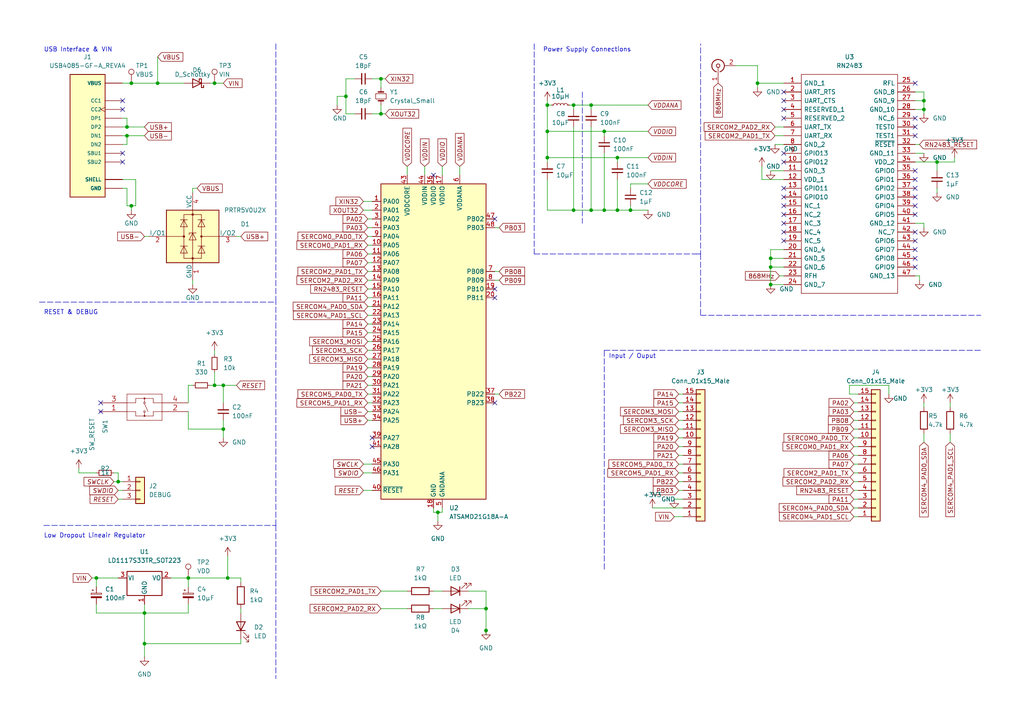
<source format=kicad_sch>
(kicad_sch (version 20211123) (generator eeschema)
  (paper "A4")
  (title_block (title "Flexible LoRaWAN Sensor Board ATSAMD21") (date "2022-10-25") (rev "1.0") (company "AP-Hogeschool") (comment 1 "Bavo, Birk, Daan"))
  (lib_symbols
    (symbol "Connector:Conn_Coaxial" (pin_names (offset 1.016) hide)
      (property "Reference" "J" (at 0.254 3.048 0))
      (property "Value" "Conn_Coaxial" (at 2.921 0 90))
      (symbol "Conn_Coaxial_1_1"
        (pin passive line (at -5.08 0 0) (length 2.54) (name "In") (number "1"))
        (pin passive line (at 0 -5.08 90) (length 2.54) (name "Ext") (number "2"))
      )
    )
    (symbol "Connector:TestPoint" (pin_numbers hide) (pin_names (offset 0.762) hide)
      (property "Reference" "TP" (at 0 6.858 0))
      (property "Value" "TestPoint" (at 0 5.08 0))
      (symbol "TestPoint_1_1"
        (pin passive line (at 0 0 90) (length 2.54) (name "1") (number "1"))
      )
    )
    (symbol "Connector_Generic:Conn_01x03" (pin_names (offset 1.016) hide)
      (property "Reference" "J" (at 0 5.08 0))
      (property "Value" "Conn_01x03" (at 0 -5.08 0))
      (symbol "Conn_01x03_1_1"
        (pin passive line (at -5.08 2.54 0) (length 3.81) (name "Pin_1") (number "1"))
        (pin passive line (at -5.08 0 0) (length 3.81) (name "Pin_2") (number "2"))
        (pin passive line (at -5.08 -2.54 0) (length 3.81) (name "Pin_3") (number "3"))
      )
    )
    (symbol "Connector_Generic:Conn_01x15" (pin_names (offset 1.016) hide)
      (property "Reference" "J" (at 0 20.32 0))
      (property "Value" "Conn_01x15" (at 0 -20.32 0))
      (symbol "Conn_01x15_1_1"
        (pin passive line (at -5.08 17.78 0) (length 3.81) (name "Pin_1") (number "1"))
        (pin passive line (at -5.08 -5.08 0) (length 3.81) (name "Pin_10") (number "10"))
        (pin passive line (at -5.08 -7.62 0) (length 3.81) (name "Pin_11") (number "11"))
        (pin passive line (at -5.08 -10.16 0) (length 3.81) (name "Pin_12") (number "12"))
        (pin passive line (at -5.08 -12.7 0) (length 3.81) (name "Pin_13") (number "13"))
        (pin passive line (at -5.08 -15.24 0) (length 3.81) (name "Pin_14") (number "14"))
        (pin passive line (at -5.08 -17.78 0) (length 3.81) (name "Pin_15") (number "15"))
        (pin passive line (at -5.08 15.24 0) (length 3.81) (name "Pin_2") (number "2"))
        (pin passive line (at -5.08 12.7 0) (length 3.81) (name "Pin_3") (number "3"))
        (pin passive line (at -5.08 10.16 0) (length 3.81) (name "Pin_4") (number "4"))
        (pin passive line (at -5.08 7.62 0) (length 3.81) (name "Pin_5") (number "5"))
        (pin passive line (at -5.08 5.08 0) (length 3.81) (name "Pin_6") (number "6"))
        (pin passive line (at -5.08 2.54 0) (length 3.81) (name "Pin_7") (number "7"))
        (pin passive line (at -5.08 0 0) (length 3.81) (name "Pin_8") (number "8"))
        (pin passive line (at -5.08 -2.54 0) (length 3.81) (name "Pin_9") (number "9"))
      )
    )
    (symbol "Device:C_Polarized_Small" (pin_numbers hide) (pin_names (offset 0.254) hide)
      (property "Reference" "C" (at 0.254 1.778 0))
      (property "Value" "C_Polarized_Small" (at 0.254 -2.032 0))
      (symbol "C_Polarized_Small_1_1"
        (pin passive line (at 0 2.54 270) (length 1.8542) (name "~") (number "1"))
        (pin passive line (at 0 -2.54 90) (length 1.8542) (name "~") (number "2"))
      )
    )
    (symbol "Device:C_Small" (pin_numbers hide) (pin_names (offset 0.254) hide)
      (property "Reference" "C" (at 0.254 1.778 0))
      (property "Value" "C_Small" (at 0.254 -2.032 0))
      (symbol "C_Small_1_1"
        (pin passive line (at 0 2.54 270) (length 2.032) (name "~") (number "1"))
        (pin passive line (at 0 -2.54 90) (length 2.032) (name "~") (number "2"))
      )
    )
    (symbol "Device:Crystal_Small" (pin_numbers hide) (pin_names (offset 1.016) hide)
      (property "Reference" "Y" (at 0 2.54 0))
      (property "Value" "Crystal_Small" (at 0 -2.54 0))
      (symbol "Crystal_Small_1_1"
        (pin passive line (at -2.54 0 0) (length 1.27) (name "1") (number "1"))
        (pin passive line (at 2.54 0 180) (length 1.27) (name "2") (number "2"))
      )
    )
    (symbol "Device:D_Schottky" (pin_numbers hide) (pin_names (offset 1.016) hide)
      (property "Reference" "D" (at 0 2.54 0))
      (property "Value" "D_Schottky" (at 0 -2.54 0))
      (symbol "D_Schottky_1_1"
        (pin passive line (at -3.81 0 0) (length 2.54) (name "K") (number "1"))
        (pin passive line (at 3.81 0 180) (length 2.54) (name "A") (number "2"))
      )
    )
    (symbol "Device:LED" (pin_numbers hide) (pin_names (offset 1.016) hide)
      (property "Reference" "D" (at 0 2.54 0))
      (property "Value" "LED" (at 0 -2.54 0))
      (symbol "LED_1_1"
        (pin passive line (at -3.81 0 0) (length 2.54) (name "K") (number "1"))
        (pin passive line (at 3.81 0 180) (length 2.54) (name "A") (number "2"))
      )
    )
    (symbol "Device:L_Small" (pin_numbers hide) (pin_names (offset 0.254) hide)
      (property "Reference" "L" (at 0.762 1.016 0))
      (property "Value" "L_Small" (at 0.762 -1.016 0))
      (symbol "L_Small_1_1"
        (pin passive line (at 0 2.54 270) (length 0.508) (name "~") (number "1"))
        (pin passive line (at 0 -2.54 90) (length 0.508) (name "~") (number "2"))
      )
    )
    (symbol "Device:R" (pin_numbers hide) (pin_names (offset 0))
      (property "Reference" "R" (at 2.032 0 90))
      (property "Value" "R" (at 0 0 90))
      (symbol "R_1_1"
        (pin passive line (at 0 3.81 270) (length 1.27) (name "~") (number "1"))
        (pin passive line (at 0 -3.81 90) (length 1.27) (name "~") (number "2"))
      )
    )
    (symbol "Device:R_Small" (pin_numbers hide) (pin_names (offset 0.254) hide)
      (property "Reference" "R" (at 0.762 0.508 0))
      (property "Value" "R_Small" (at 0.762 -1.016 0))
      (symbol "R_Small_1_1"
        (pin passive line (at 0 2.54 270) (length 0.762) (name "~") (number "1"))
        (pin passive line (at 0 -2.54 90) (length 0.762) (name "~") (number "2"))
      )
    )
    (symbol "KMR221G-LFS:KMR731NGLFS" (pin_names (offset 0.254) hide)
      (property "Reference" "SW" (at 12.7 7.62 0))
      (property "Value" "KMR731NGLFS" (at 12.7 5.08 0))
      (symbol "KMR731NGLFS_1_1"
        (pin unspecified line (at 0 0 0) (length 7.62) (name "1") (number "1"))
        (pin unspecified line (at 25.4 0 180) (length 7.62) (name "2") (number "2"))
        (pin unspecified line (at 0 -2.54 0) (length 7.62) (name "3") (number "3"))
        (pin unspecified line (at 25.4 -2.54 180) (length 7.62) (name "4") (number "4"))
      )
    )
    (symbol "LUYTSM:LD1117S33TR_SOT223" (pin_names (offset 0.254))
      (property "Reference" "U" (at -3.81 3.175 0))
      (property "Value" "LD1117S33TR_SOT223" (at 0 3.175 0))
      (symbol "LD1117S33TR_SOT223_1_1"
        (pin power_in line (at 0 -7.62 90) (length 2.54) (name "GND") (number "1"))
        (pin power_out line (at 7.62 0 180) (length 2.54) (name "VO") (number "2"))
        (pin power_in line (at -7.62 0 0) (length 2.54) (name "VI") (number "3"))
      )
    )
    (symbol "MCU_Microchip_SAMD:ATSAMD21G18A-A"
      (property "Reference" "U" (at -13.97 46.99 0))
      (property "Value" "ATSAMD21G18A-A" (at 16.51 46.99 0))
      (symbol "ATSAMD21G18A-A_1_1"
        (pin bidirectional line (at -17.78 40.64 0) (length 2.54) (name "PA00") (number "1"))
        (pin bidirectional line (at -17.78 27.94 0) (length 2.54) (name "PA05") (number "10"))
        (pin bidirectional line (at -17.78 25.4 0) (length 2.54) (name "PA06") (number "11"))
        (pin bidirectional line (at -17.78 22.86 0) (length 2.54) (name "PA07") (number "12"))
        (pin bidirectional line (at -17.78 20.32 0) (length 2.54) (name "PA08") (number "13"))
        (pin bidirectional line (at -17.78 17.78 0) (length 2.54) (name "PA09") (number "14"))
        (pin bidirectional line (at -17.78 15.24 0) (length 2.54) (name "PA10") (number "15"))
        (pin bidirectional line (at -17.78 12.7 0) (length 2.54) (name "PA11") (number "16"))
        (pin power_in line (at 2.54 48.26 270) (length 2.54) (name "VDDIO") (number "17"))
        (pin power_in line (at 0 -48.26 90) (length 2.54) (name "GND") (number "18"))
        (pin bidirectional line (at 17.78 15.24 180) (length 2.54) (name "PB10") (number "19"))
        (pin bidirectional line (at -17.78 38.1 0) (length 2.54) (name "PA01") (number "2"))
        (pin bidirectional line (at 17.78 12.7 180) (length 2.54) (name "PB11") (number "20"))
        (pin bidirectional line (at -17.78 10.16 0) (length 2.54) (name "PA12") (number "21"))
        (pin bidirectional line (at -17.78 7.62 0) (length 2.54) (name "PA13") (number "22"))
        (pin bidirectional line (at -17.78 5.08 0) (length 2.54) (name "PA14") (number "23"))
        (pin bidirectional line (at -17.78 2.54 0) (length 2.54) (name "PA15") (number "24"))
        (pin bidirectional line (at -17.78 0 0) (length 2.54) (name "PA16") (number "25"))
        (pin bidirectional line (at -17.78 -2.54 0) (length 2.54) (name "PA17") (number "26"))
        (pin bidirectional line (at -17.78 -5.08 0) (length 2.54) (name "PA18") (number "27"))
        (pin bidirectional line (at -17.78 -7.62 0) (length 2.54) (name "PA19") (number "28"))
        (pin bidirectional line (at -17.78 -10.16 0) (length 2.54) (name "PA20") (number "29"))
        (pin bidirectional line (at -17.78 35.56 0) (length 2.54) (name "PA02") (number "3"))
        (pin bidirectional line (at -17.78 -12.7 0) (length 2.54) (name "PA21") (number "30"))
        (pin bidirectional line (at -17.78 -15.24 0) (length 2.54) (name "PA22") (number "31"))
        (pin bidirectional line (at -17.78 -17.78 0) (length 2.54) (name "PA23") (number "32"))
        (pin bidirectional line (at -17.78 -20.32 0) (length 2.54) (name "PA24") (number "33"))
        (pin bidirectional line (at -17.78 -22.86 0) (length 2.54) (name "PA25") (number "34"))
        (pin passive line (at 0 -48.26 90) (length 2.54) hide (name "GND") (number "35"))
        (pin power_in line (at 0 48.26 270) (length 2.54) (name "VDDIO") (number "36"))
        (pin bidirectional line (at 17.78 -15.24 180) (length 2.54) (name "PB22") (number "37"))
        (pin bidirectional line (at 17.78 -17.78 180) (length 2.54) (name "PB23") (number "38"))
        (pin bidirectional line (at -17.78 -27.94 0) (length 2.54) (name "PA27") (number "39"))
        (pin bidirectional line (at -17.78 33.02 0) (length 2.54) (name "PA03") (number "4"))
        (pin input line (at -17.78 -43.18 0) (length 2.54) (name "~{RESET}") (number "40"))
        (pin bidirectional line (at -17.78 -30.48 0) (length 2.54) (name "PA28") (number "41"))
        (pin passive line (at 0 -48.26 90) (length 2.54) hide (name "GND") (number "42"))
        (pin power_out line (at -7.62 48.26 270) (length 2.54) (name "VDDCORE") (number "43"))
        (pin power_in line (at -2.54 48.26 270) (length 2.54) (name "VDDIN") (number "44"))
        (pin bidirectional line (at -17.78 -35.56 0) (length 2.54) (name "PA30") (number "45"))
        (pin bidirectional line (at -17.78 -38.1 0) (length 2.54) (name "PA31") (number "46"))
        (pin bidirectional line (at 17.78 35.56 180) (length 2.54) (name "PB02") (number "47"))
        (pin bidirectional line (at 17.78 33.02 180) (length 2.54) (name "PB03") (number "48"))
        (pin power_in line (at 2.54 -48.26 90) (length 2.54) (name "GNDANA") (number "5"))
        (pin power_in line (at 7.62 48.26 270) (length 2.54) (name "VDDANA") (number "6"))
        (pin bidirectional line (at 17.78 20.32 180) (length 2.54) (name "PB08") (number "7"))
        (pin bidirectional line (at 17.78 17.78 180) (length 2.54) (name "PB09") (number "8"))
        (pin bidirectional line (at -17.78 30.48 0) (length 2.54) (name "PA04") (number "9"))
      )
    )
    (symbol "Power_Protection:PRTR5V0U2X" (pin_names (offset 0))
      (property "Reference" "D" (at 2.794 8.636 0))
      (property "Value" "PRTR5V0U2X" (at 8.128 -9.398 0))
      (symbol "PRTR5V0U2X_1_1"
        (pin passive line (at 0 -12.7 90) (length 5.08) (name "GND") (number "1"))
        (pin passive line (at -12.7 0 0) (length 5.08) (name "I/O1") (number "2"))
        (pin passive line (at 12.7 0 180) (length 5.08) (name "I/O2") (number "3"))
        (pin passive line (at 0 12.7 270) (length 5.08) (name "VCC") (number "4"))
      )
    )
    (symbol "RN2483:RN2483" (pin_names (offset 0.762))
      (property "Reference" "U" (at 34.29 7.62 0))
      (property "Value" "RN2483" (at 34.29 5.08 0))
      (symbol "RN2483_0_0"
        (pin power_in line (at 0 0 0) (length 5.08) (name "GND_1") (number "1"))
        (pin bidirectional line (at 0 -22.86 0) (length 5.08) (name "GPIO12") (number "10"))
        (pin power_in line (at 0 -25.4 0) (length 5.08) (name "GND_3") (number "11"))
        (pin power_in line (at 0 -27.94 0) (length 5.08) (name "VDD_1") (number "12"))
        (pin bidirectional line (at 0 -30.48 0) (length 5.08) (name "GPIO11") (number "13"))
        (pin bidirectional line (at 0 -33.02 0) (length 5.08) (name "GPIO10") (number "14"))
        (pin passive line (at 0 -35.56 0) (length 5.08) (name "NC_1") (number "15"))
        (pin passive line (at 0 -38.1 0) (length 5.08) (name "NC_2") (number "16"))
        (pin passive line (at 0 -40.64 0) (length 5.08) (name "NC_3") (number "17"))
        (pin passive line (at 0 -43.18 0) (length 5.08) (name "NC_4") (number "18"))
        (pin passive line (at 0 -45.72 0) (length 5.08) (name "NC_5") (number "19"))
        (pin passive line (at 0 -2.54 0) (length 5.08) (name "UART_RTS") (number "2"))
        (pin power_in line (at 0 -48.26 0) (length 5.08) (name "GND_4") (number "20"))
        (pin power_in line (at 0 -50.8 0) (length 5.08) (name "GND_5") (number "21"))
        (pin power_in line (at 0 -53.34 0) (length 5.08) (name "GND_6") (number "22"))
        (pin passive line (at 0 -55.88 0) (length 5.08) (name "RFH") (number "23"))
        (pin power_in line (at 0 -58.42 0) (length 5.08) (name "GND_7") (number "24"))
        (pin passive line (at 38.1 0 180) (length 5.08) (name "RFL") (number "25"))
        (pin power_in line (at 38.1 -2.54 180) (length 5.08) (name "GND_8") (number "26"))
        (pin power_in line (at 38.1 -5.08 180) (length 5.08) (name "GND_9") (number "27"))
        (pin power_in line (at 38.1 -7.62 180) (length 5.08) (name "GND_10") (number "28"))
        (pin passive line (at 38.1 -10.16 180) (length 5.08) (name "NC_6") (number "29"))
        (pin passive line (at 0 -5.08 0) (length 5.08) (name "UART_CTS") (number "3"))
        (pin passive line (at 38.1 -12.7 180) (length 5.08) (name "TEST0") (number "30"))
        (pin passive line (at 38.1 -15.24 180) (length 5.08) (name "TEST1") (number "31"))
        (pin passive line (at 38.1 -17.78 180) (length 5.08) (name "~{RESET}") (number "32"))
        (pin power_in line (at 38.1 -20.32 180) (length 5.08) (name "GND_11") (number "33"))
        (pin power_in line (at 38.1 -22.86 180) (length 5.08) (name "VDD_2") (number "34"))
        (pin bidirectional line (at 38.1 -25.4 180) (length 5.08) (name "GPIO0") (number "35"))
        (pin bidirectional line (at 38.1 -27.94 180) (length 5.08) (name "GPIO1") (number "36"))
        (pin bidirectional line (at 38.1 -30.48 180) (length 5.08) (name "GPIO2") (number "37"))
        (pin bidirectional line (at 38.1 -33.02 180) (length 5.08) (name "GPIO3") (number "38"))
        (pin bidirectional line (at 38.1 -35.56 180) (length 5.08) (name "GPIO4") (number "39"))
        (pin passive line (at 0 -7.62 0) (length 5.08) (name "RESERVED_1") (number "4"))
        (pin bidirectional line (at 38.1 -38.1 180) (length 5.08) (name "GPIO5") (number "40"))
        (pin power_in line (at 38.1 -40.64 180) (length 5.08) (name "GND_12") (number "41"))
        (pin passive line (at 38.1 -43.18 180) (length 5.08) (name "NC_7") (number "42"))
        (pin bidirectional line (at 38.1 -45.72 180) (length 5.08) (name "GPIO6") (number "43"))
        (pin bidirectional line (at 38.1 -48.26 180) (length 5.08) (name "GPIO7") (number "44"))
        (pin bidirectional line (at 38.1 -50.8 180) (length 5.08) (name "GPIO8") (number "45"))
        (pin bidirectional line (at 38.1 -53.34 180) (length 5.08) (name "GPIO9") (number "46"))
        (pin power_in line (at 38.1 -55.88 180) (length 5.08) (name "GND_13") (number "47"))
        (pin passive line (at 0 -10.16 0) (length 5.08) (name "RESERVED_2") (number "5"))
        (pin passive line (at 0 -12.7 0) (length 5.08) (name "UART_TX") (number "6"))
        (pin passive line (at 0 -15.24 0) (length 5.08) (name "UART_RX") (number "7"))
        (pin power_in line (at 0 -17.78 0) (length 5.08) (name "GND_2") (number "8"))
        (pin bidirectional line (at 0 -20.32 0) (length 5.08) (name "GPIO13") (number "9"))
      )
    )
    (symbol "USB4085-GF-A_REVA4:USB4085-GF-A_REVA4" (pin_numbers hide) (pin_names (offset 1.016))
      (property "Reference" "J" (at -5.1054 18.3134 0))
      (property "Value" "USB4085-GF-A_REVA4" (at -5.1054 -20.3708 0))
      (symbol "USB4085-GF-A_REVA4_0_0"
        (pin passive line (at -10.16 -15.24 0) (length 5.08) (name "GND") (number "A1"))
        (pin passive line (at -10.16 -15.24 0) (length 5.08) (name "GND") (number "A12"))
        (pin power_in line (at -10.16 15.24 0) (length 5.08) (name "VBUS") (number "A4"))
        (pin bidirectional line (at -10.16 10.16 0) (length 5.08) (name "CC1") (number "A5"))
        (pin bidirectional line (at -10.16 5.08 0) (length 5.08) (name "DP1") (number "A6"))
        (pin bidirectional line (at -10.16 0 0) (length 5.08) (name "DN1") (number "A7"))
        (pin bidirectional line (at -10.16 -5.08 0) (length 5.08) (name "SBU1") (number "A8"))
        (pin power_in line (at -10.16 15.24 0) (length 5.08) (name "VBUS") (number "A9"))
        (pin passive line (at -10.16 -15.24 0) (length 5.08) (name "GND") (number "B1"))
        (pin passive line (at -10.16 -15.24 0) (length 5.08) (name "GND") (number "B12"))
        (pin power_in line (at -10.16 15.24 0) (length 5.08) (name "VBUS") (number "B4"))
        (pin bidirectional clock (at -10.16 7.62 0) (length 5.08) (name "CC2") (number "B5"))
        (pin bidirectional line (at -10.16 2.54 0) (length 5.08) (name "DP2") (number "B6"))
        (pin bidirectional line (at -10.16 -2.54 0) (length 5.08) (name "DN2") (number "B7"))
        (pin bidirectional line (at -10.16 -7.62 0) (length 5.08) (name "SBU2") (number "B8"))
        (pin power_in line (at -10.16 15.24 0) (length 5.08) (name "VBUS") (number "B9"))
        (pin passive line (at -10.16 -12.7 0) (length 5.08) (name "SHELL") (number "P1"))
        (pin passive line (at -10.16 -12.7 0) (length 5.08) (name "SHELL") (number "P2"))
        (pin passive line (at -10.16 -12.7 0) (length 5.08) (name "SHELL") (number "P3"))
        (pin passive line (at -10.16 -12.7 0) (length 5.08) (name "SHELL") (number "P4"))
      )
    )
    (symbol "power:+3.3V" (power) (pin_names (offset 0))
      (property "Value" "+3.3V" (at 0 3.556 0))
      (symbol "+3.3V_1_1"
        (pin power_in line (at 0 0 90) (length 0) hide (name "+3V3") (number "1"))
      )
    )
    (symbol "power:GND" (power) (pin_names (offset 0))
      (property "Value" "GND" (at 0 -3.81 0))
      (symbol "GND_1_1"
        (pin power_in line (at 0 0 270) (length 0) hide (name "GND") (number "1"))
      )
    )
  )
  (junction (at 127 148.59))
  (junction (at 38.1 59.69))
  (junction (at 140.97 182.88))
  (junction (at 62.23 24.13))
  (junction (at 267.97 29.21))
  (junction (at 179.07 45.72))
  (junction (at 27.94 167.64))
  (junction (at 175.26 60.96))
  (junction (at 64.77 124.46))
  (junction (at 158.75 30.48))
  (junction (at 110.49 22.86))
  (junction (at 158.75 38.1))
  (junction (at 62.23 111.76))
  (junction (at 166.37 60.96))
  (junction (at 64.77 111.76))
  (junction (at 179.07 60.96))
  (junction (at 223.52 74.93))
  (junction (at 34.29 139.7))
  (junction (at 41.91 186.69))
  (junction (at 110.49 33.02))
  (junction (at 100.33 27.94))
  (junction (at 54.61 167.64))
  (junction (at 267.97 31.75))
  (junction (at 66.04 167.64))
  (junction (at 38.1 24.13))
  (junction (at 223.52 82.55))
  (junction (at 36.83 39.37))
  (junction (at 171.45 30.48))
  (junction (at 223.52 77.47))
  (junction (at 45.72 24.13))
  (junction (at 271.78 46.99))
  (junction (at 158.75 45.72))
  (junction (at 175.26 38.1))
  (junction (at 171.45 60.96))
  (junction (at 166.37 30.48))
  (junction (at 140.97 176.53))
  (junction (at 219.71 24.13))
  (junction (at 182.88 60.96))
  (junction (at 36.83 36.83))
  (junction (at 41.91 177.8))
  (no_connect (at 227.33 31.75))
  (no_connect (at 143.51 83.82))
  (no_connect (at 265.43 72.39))
  (no_connect (at 125.73 50.8))
  (no_connect (at 35.56 31.75))
  (no_connect (at 227.33 54.61))
  (no_connect (at 265.43 59.69))
  (no_connect (at 265.43 54.61))
  (no_connect (at 265.43 49.53))
  (no_connect (at 143.51 116.84))
  (no_connect (at 35.56 29.21))
  (no_connect (at 35.56 46.99))
  (no_connect (at 35.56 44.45))
  (no_connect (at 265.43 52.07))
  (no_connect (at 227.33 59.69))
  (no_connect (at 29.21 119.38))
  (no_connect (at 227.33 29.21))
  (no_connect (at 227.33 67.31))
  (no_connect (at 227.33 34.29))
  (no_connect (at 227.33 57.15))
  (no_connect (at 265.43 39.37))
  (no_connect (at 227.33 44.45))
  (no_connect (at 265.43 36.83))
  (no_connect (at 227.33 69.85))
  (no_connect (at 227.33 46.99))
  (no_connect (at 227.33 62.23))
  (no_connect (at 265.43 67.31))
  (no_connect (at 107.95 127))
  (no_connect (at 227.33 64.77))
  (no_connect (at 107.95 129.54))
  (no_connect (at 265.43 34.29))
  (no_connect (at 265.43 74.93))
  (no_connect (at 227.33 26.67))
  (no_connect (at 265.43 77.47))
  (no_connect (at 143.51 63.5))
  (no_connect (at 143.51 86.36))
  (no_connect (at 265.43 62.23))
  (no_connect (at 265.43 57.15))
  (no_connect (at 265.43 69.85))
  (no_connect (at 29.21 116.84))
  (no_connect (at 265.43 24.13))
  (wire (pts (xy 195.58 144.78) (xy 198.12 144.78)))
  (wire (pts (xy 189.23 147.32) (xy 198.12 147.32)))
  (wire (pts (xy 179.07 45.72) (xy 179.07 46.99)))
  (wire (pts (xy 27.94 167.64) (xy 34.29 167.64)))
  (wire (pts (xy 158.75 52.07) (xy 158.75 60.96)))
  (wire (pts (xy 41.91 177.8) (xy 41.91 175.26)))
  (wire (pts (xy 175.26 44.45) (xy 175.26 60.96)))
  (wire (pts (xy 196.85 132.08) (xy 198.12 132.08)))
  (wire (pts (xy 106.68 73.66) (xy 107.95 73.66)))
  (wire (pts (xy 166.37 30.48) (xy 171.45 30.48)))
  (wire (pts (xy 100.33 27.94) (xy 100.33 22.86)))
  (wire (pts (xy 247.65 124.46) (xy 248.92 124.46)))
  (wire (pts (xy 128.27 148.59) (xy 127 148.59)))
  (wire (pts (xy 110.49 176.53) (xy 118.11 176.53)))
  (wire (pts (xy 64.77 121.92) (xy 64.77 124.46)))
  (wire (pts (xy 105.41 60.96) (xy 107.95 60.96)))
  (wire (pts (xy 36.83 36.83) (xy 35.56 36.83)))
  (wire (pts (xy 106.68 99.06) (xy 107.95 99.06)))
  (wire (pts (xy 106.68 93.98) (xy 107.95 93.98)))
  (wire (pts (xy 35.56 41.91) (xy 36.83 41.91)))
  (wire (pts (xy 64.77 111.76) (xy 64.77 116.84)))
  (wire (pts (xy 247.65 119.38) (xy 248.92 119.38)))
  (wire (pts (xy 106.68 76.2) (xy 107.95 76.2)))
  (wire (pts (xy 34.29 137.16) (xy 34.29 139.7)))
  (wire (pts (xy 110.49 33.02) (xy 107.95 33.02)))
  (wire (pts (xy 106.68 109.22) (xy 107.95 109.22)))
  (wire (pts (xy 158.75 38.1) (xy 158.75 45.72)))
  (wire (pts (xy 33.02 139.7) (xy 34.29 139.7)))
  (wire (pts (xy 267.97 26.67) (xy 265.43 26.67)))
  (wire (pts (xy 166.37 30.48) (xy 166.37 31.75)))
  (wire (pts (xy 223.52 82.55) (xy 227.33 82.55)))
  (wire (pts (xy 267.97 66.04) (xy 267.97 64.77)))
  (wire (pts (xy 266.7 80.01) (xy 265.43 80.01)))
  (wire (pts (xy 35.56 54.61) (xy 36.83 54.61)))
  (wire (pts (xy 106.68 63.5) (xy 107.95 63.5)))
  (wire (pts (xy 158.75 45.72) (xy 179.07 45.72)))
  (wire (pts (xy 54.61 177.8) (xy 41.91 177.8)))
  (wire (pts (xy 196.85 114.3) (xy 198.12 114.3)))
  (wire (pts (xy 106.68 106.68) (xy 107.95 106.68)))
  (wire (pts (xy 135.89 171.45) (xy 140.97 171.45)))
  (wire (pts (xy 247.65 129.54) (xy 248.92 129.54)))
  (wire (pts (xy 175.26 38.1) (xy 187.96 38.1)))
  (wire (pts (xy 36.83 39.37) (xy 36.83 41.91)))
  (wire (pts (xy 110.49 22.86) (xy 110.49 25.4)))
  (wire (pts (xy 247.65 144.78) (xy 248.92 144.78)))
  (wire (pts (xy 106.68 114.3) (xy 107.95 114.3)))
  (wire (pts (xy 143.51 114.3) (xy 144.78 114.3)))
  (wire (pts (xy 158.75 29.21) (xy 158.75 30.48)))
  (wire (pts (xy 97.79 30.48) (xy 97.79 27.94)))
  (wire (pts (xy 123.19 48.26) (xy 123.19 50.8)))
  (wire (pts (xy 247.65 147.32) (xy 248.92 147.32)))
  (wire (pts (xy 41.91 177.8) (xy 41.91 186.69)))
  (wire (pts (xy 106.68 104.14) (xy 107.95 104.14)))
  (wire (pts (xy 106.68 101.6) (xy 107.95 101.6)))
  (wire (pts (xy 140.97 176.53) (xy 140.97 182.88)))
  (wire (pts (xy 33.02 137.16) (xy 34.29 137.16)))
  (wire (pts (xy 275.59 125.73) (xy 275.59 128.27)))
  (wire (pts (xy 38.1 59.69) (xy 36.83 59.69)))
  (wire (pts (xy 55.88 111.76) (xy 54.61 111.76)))
  (wire (pts (xy 158.75 30.48) (xy 160.02 30.48)))
  (wire (pts (xy 143.51 78.74) (xy 144.78 78.74)))
  (wire (pts (xy 68.58 68.58) (xy 69.85 68.58)))
  (wire (pts (xy 106.68 88.9) (xy 107.95 88.9)))
  (wire (pts (xy 223.52 82.55) (xy 223.52 77.47)))
  (wire (pts (xy 106.68 83.82) (xy 107.95 83.82)))
  (polyline (pts (xy 175.26 101.6) (xy 284.48 101.6)))
  (wire (pts (xy 69.85 176.53) (xy 69.85 177.8)))
  (wire (pts (xy 69.85 168.91) (xy 69.85 167.64)))
  (wire (pts (xy 266.7 41.91) (xy 265.43 41.91)))
  (wire (pts (xy 54.61 124.46) (xy 64.77 124.46)))
  (wire (pts (xy 219.71 25.4) (xy 219.71 24.13)))
  (wire (pts (xy 107.95 22.86) (xy 110.49 22.86)))
  (wire (pts (xy 265.43 44.45) (xy 267.97 44.45)))
  (wire (pts (xy 110.49 33.02) (xy 111.76 33.02)))
  (wire (pts (xy 100.33 33.02) (xy 100.33 27.94)))
  (wire (pts (xy 144.78 66.04) (xy 143.51 66.04)))
  (wire (pts (xy 69.85 167.64) (xy 66.04 167.64)))
  (wire (pts (xy 220.98 52.07) (xy 227.33 52.07)))
  (wire (pts (xy 106.68 81.28) (xy 107.95 81.28)))
  (wire (pts (xy 276.86 45.72) (xy 276.86 46.99)))
  (wire (pts (xy 247.65 142.24) (xy 248.92 142.24)))
  (wire (pts (xy 54.61 119.38) (xy 54.61 124.46)))
  (wire (pts (xy 158.75 45.72) (xy 158.75 46.99)))
  (wire (pts (xy 100.33 22.86) (xy 102.87 22.86)))
  (wire (pts (xy 106.68 111.76) (xy 107.95 111.76)))
  (wire (pts (xy 27.94 167.64) (xy 27.94 170.18)))
  (wire (pts (xy 196.85 129.54) (xy 198.12 129.54)))
  (wire (pts (xy 171.45 36.83) (xy 171.45 60.96)))
  (wire (pts (xy 166.37 36.83) (xy 166.37 60.96)))
  (wire (pts (xy 267.97 29.21) (xy 267.97 26.67)))
  (wire (pts (xy 196.85 139.7) (xy 198.12 139.7)))
  (wire (pts (xy 35.56 39.37) (xy 36.83 39.37)))
  (wire (pts (xy 247.65 116.84) (xy 248.92 116.84)))
  (wire (pts (xy 60.96 24.13) (xy 62.23 24.13)))
  (wire (pts (xy 55.88 81.28) (xy 55.88 82.55)))
  (polyline (pts (xy 80.01 152.4) (xy 80.01 196.85)))
  (wire (pts (xy 196.85 116.84) (xy 198.12 116.84)))
  (wire (pts (xy 246.38 111.76) (xy 246.38 114.3)))
  (wire (pts (xy 226.06 80.01) (xy 227.33 80.01)))
  (polyline (pts (xy 11.43 87.63) (xy 80.01 87.63)))
  (wire (pts (xy 179.07 52.07) (xy 179.07 60.96)))
  (wire (pts (xy 69.85 185.42) (xy 69.85 186.69)))
  (wire (pts (xy 35.56 139.7) (xy 34.29 139.7)))
  (wire (pts (xy 247.65 149.86) (xy 248.92 149.86)))
  (wire (pts (xy 128.27 48.26) (xy 128.27 50.8)))
  (wire (pts (xy 166.37 60.96) (xy 171.45 60.96)))
  (wire (pts (xy 106.68 91.44) (xy 107.95 91.44)))
  (wire (pts (xy 219.71 24.13) (xy 227.33 24.13)))
  (wire (pts (xy 247.65 132.08) (xy 248.92 132.08)))
  (wire (pts (xy 39.37 59.69) (xy 38.1 59.69)))
  (wire (pts (xy 196.85 142.24) (xy 198.12 142.24)))
  (polyline (pts (xy 203.2 91.44) (xy 284.48 91.44)))
  (wire (pts (xy 39.37 52.07) (xy 39.37 59.69)))
  (wire (pts (xy 106.68 116.84) (xy 107.95 116.84)))
  (wire (pts (xy 267.97 116.84) (xy 267.97 118.11)))
  (wire (pts (xy 158.75 60.96) (xy 166.37 60.96)))
  (wire (pts (xy 110.49 22.86) (xy 111.76 22.86)))
  (wire (pts (xy 267.97 33.02) (xy 267.97 31.75)))
  (wire (pts (xy 267.97 31.75) (xy 267.97 29.21)))
  (wire (pts (xy 125.73 147.32) (xy 125.73 148.59)))
  (wire (pts (xy 220.98 48.26) (xy 220.98 52.07)))
  (wire (pts (xy 196.85 134.62) (xy 198.12 134.62)))
  (wire (pts (xy 196.85 121.92) (xy 198.12 121.92)))
  (polyline (pts (xy 154.94 12.7) (xy 154.94 73.66)))
  (wire (pts (xy 265.43 64.77) (xy 267.97 64.77)))
  (polyline (pts (xy 201.93 73.66) (xy 203.2 73.66)))
  (wire (pts (xy 266.7 81.28) (xy 266.7 80.01)))
  (wire (pts (xy 41.91 186.69) (xy 41.91 190.5)))
  (wire (pts (xy 133.35 48.26) (xy 133.35 50.8)))
  (wire (pts (xy 265.43 31.75) (xy 267.97 31.75)))
  (wire (pts (xy 110.49 30.48) (xy 110.49 33.02)))
  (wire (pts (xy 105.41 58.42) (xy 107.95 58.42)))
  (wire (pts (xy 36.83 36.83) (xy 41.91 36.83)))
  (wire (pts (xy 187.96 53.34) (xy 182.88 53.34)))
  (wire (pts (xy 158.75 30.48) (xy 158.75 38.1)))
  (wire (pts (xy 247.65 139.7) (xy 248.92 139.7)))
  (wire (pts (xy 265.43 29.21) (xy 267.97 29.21)))
  (wire (pts (xy 64.77 111.76) (xy 68.58 111.76)))
  (wire (pts (xy 224.79 36.83) (xy 227.33 36.83)))
  (wire (pts (xy 182.88 53.34) (xy 182.88 54.61)))
  (wire (pts (xy 62.23 101.6) (xy 62.23 102.87)))
  (wire (pts (xy 26.67 167.64) (xy 27.94 167.64)))
  (wire (pts (xy 106.68 86.36) (xy 107.95 86.36)))
  (wire (pts (xy 171.45 60.96) (xy 175.26 60.96)))
  (wire (pts (xy 182.88 59.69) (xy 182.88 60.96)))
  (wire (pts (xy 35.56 52.07) (xy 39.37 52.07)))
  (wire (pts (xy 106.68 66.04) (xy 107.95 66.04)))
  (wire (pts (xy 125.73 171.45) (xy 128.27 171.45)))
  (wire (pts (xy 60.96 111.76) (xy 62.23 111.76)))
  (wire (pts (xy 69.85 186.69) (xy 41.91 186.69)))
  (wire (pts (xy 38.1 24.13) (xy 45.72 24.13)))
  (polyline (pts (xy 154.94 73.66) (xy 201.93 73.66)))
  (polyline (pts (xy 12.7 152.4) (xy 80.01 152.4)))
  (wire (pts (xy 128.27 147.32) (xy 128.27 148.59)))
  (polyline (pts (xy 203.2 73.66) (xy 203.2 91.44)))
  (wire (pts (xy 62.23 111.76) (xy 64.77 111.76)))
  (wire (pts (xy 257.81 111.76) (xy 246.38 111.76)))
  (wire (pts (xy 36.83 54.61) (xy 36.83 59.69)))
  (wire (pts (xy 55.88 54.61) (xy 55.88 55.88)))
  (wire (pts (xy 105.41 134.62) (xy 107.95 134.62)))
  (wire (pts (xy 97.79 27.94) (xy 100.33 27.94)))
  (wire (pts (xy 22.86 135.89) (xy 22.86 137.16)))
  (polyline (pts (xy 80.01 12.7) (xy 80.01 87.63)))
  (wire (pts (xy 54.61 175.26) (xy 54.61 177.8)))
  (wire (pts (xy 38.1 59.69) (xy 38.1 60.96)))
  (wire (pts (xy 62.23 24.13) (xy 64.77 24.13)))
  (polyline (pts (xy 203.2 63.5) (xy 203.2 73.66)))
  (wire (pts (xy 105.41 142.24) (xy 107.95 142.24)))
  (wire (pts (xy 271.78 54.61) (xy 271.78 55.88)))
  (wire (pts (xy 223.52 77.47) (xy 227.33 77.47)))
  (wire (pts (xy 143.51 81.28) (xy 144.78 81.28)))
  (polyline (pts (xy 168.91 26.67) (xy 168.91 64.77)))
  (wire (pts (xy 54.61 111.76) (xy 54.61 116.84)))
  (wire (pts (xy 49.53 167.64) (xy 54.61 167.64)))
  (wire (pts (xy 175.26 60.96) (xy 179.07 60.96)))
  (wire (pts (xy 179.07 45.72) (xy 187.96 45.72)))
  (wire (pts (xy 224.79 39.37) (xy 227.33 39.37)))
  (wire (pts (xy 135.89 176.53) (xy 140.97 176.53)))
  (wire (pts (xy 36.83 39.37) (xy 41.91 39.37)))
  (wire (pts (xy 106.68 71.12) (xy 107.95 71.12)))
  (wire (pts (xy 106.68 119.38) (xy 107.95 119.38)))
  (wire (pts (xy 247.65 121.92) (xy 248.92 121.92)))
  (wire (pts (xy 158.75 38.1) (xy 175.26 38.1)))
  (wire (pts (xy 247.65 127) (xy 248.92 127)))
  (wire (pts (xy 247.65 134.62) (xy 248.92 134.62)))
  (wire (pts (xy 223.52 49.53) (xy 227.33 49.53)))
  (wire (pts (xy 165.1 30.48) (xy 166.37 30.48)))
  (wire (pts (xy 267.97 125.73) (xy 267.97 128.27)))
  (wire (pts (xy 118.11 48.26) (xy 118.11 50.8)))
  (wire (pts (xy 106.68 96.52) (xy 107.95 96.52)))
  (wire (pts (xy 140.97 182.88) (xy 140.97 184.15)))
  (wire (pts (xy 127 148.59) (xy 127 151.13)))
  (wire (pts (xy 271.78 46.99) (xy 271.78 49.53)))
  (wire (pts (xy 106.68 121.92) (xy 107.95 121.92)))
  (wire (pts (xy 66.04 167.64) (xy 54.61 167.64)))
  (wire (pts (xy 100.33 33.02) (xy 102.87 33.02)))
  (wire (pts (xy 45.72 16.51) (xy 45.72 24.13)))
  (wire (pts (xy 275.59 116.84) (xy 275.59 118.11)))
  (wire (pts (xy 276.86 46.99) (xy 271.78 46.99)))
  (polyline (pts (xy 203.2 63.5) (xy 203.2 12.7)))
  (wire (pts (xy 195.58 149.86) (xy 198.12 149.86)))
  (wire (pts (xy 22.86 137.16) (xy 27.94 137.16)))
  (wire (pts (xy 179.07 60.96) (xy 182.88 60.96)))
  (wire (pts (xy 35.56 34.29) (xy 36.83 34.29)))
  (wire (pts (xy 41.91 68.58) (xy 43.18 68.58)))
  (wire (pts (xy 36.83 34.29) (xy 36.83 36.83)))
  (polyline (pts (xy 80.01 152.4) (xy 80.01 87.63)))
  (wire (pts (xy 34.29 142.24) (xy 35.56 142.24)))
  (wire (pts (xy 125.73 176.53) (xy 128.27 176.53)))
  (wire (pts (xy 106.68 68.58) (xy 107.95 68.58)))
  (wire (pts (xy 106.68 78.74) (xy 107.95 78.74)))
  (wire (pts (xy 196.85 119.38) (xy 198.12 119.38)))
  (polyline (pts (xy 175.26 165.1) (xy 175.26 101.6)))
  (wire (pts (xy 196.85 124.46) (xy 198.12 124.46)))
  (wire (pts (xy 45.72 24.13) (xy 53.34 24.13)))
  (wire (pts (xy 62.23 107.95) (xy 62.23 111.76)))
  (wire (pts (xy 54.61 167.64) (xy 54.61 170.18)))
  (wire (pts (xy 110.49 171.45) (xy 118.11 171.45)))
  (wire (pts (xy 223.52 74.93) (xy 227.33 74.93)))
  (wire (pts (xy 27.94 177.8) (xy 41.91 177.8)))
  (wire (pts (xy 223.52 74.93) (xy 223.52 72.39)))
  (wire (pts (xy 246.38 114.3) (xy 248.92 114.3)))
  (wire (pts (xy 213.36 19.05) (xy 219.71 19.05)))
  (wire (pts (xy 196.85 127) (xy 198.12 127)))
  (wire (pts (xy 182.88 60.96) (xy 187.96 60.96)))
  (wire (pts (xy 171.45 30.48) (xy 171.45 31.75)))
  (wire (pts (xy 247.65 137.16) (xy 248.92 137.16)))
  (wire (pts (xy 219.71 19.05) (xy 219.71 24.13)))
  (wire (pts (xy 55.88 54.61) (xy 57.15 54.61)))
  (wire (pts (xy 175.26 38.1) (xy 175.26 39.37)))
  (wire (pts (xy 34.29 144.78) (xy 35.56 144.78)))
  (wire (pts (xy 196.85 137.16) (xy 198.12 137.16)))
  (wire (pts (xy 35.56 24.13) (xy 38.1 24.13)))
  (wire (pts (xy 171.45 30.48) (xy 187.96 30.48)))
  (wire (pts (xy 271.78 46.99) (xy 265.43 46.99)))
  (wire (pts (xy 127 148.59) (xy 125.73 148.59)))
  (wire (pts (xy 224.79 41.91) (xy 227.33 41.91)))
  (wire (pts (xy 64.77 124.46) (xy 64.77 127)))
  (wire (pts (xy 257.81 114.3) (xy 257.81 111.76)))
  (wire (pts (xy 223.52 77.47) (xy 223.52 74.93)))
  (wire (pts (xy 223.52 72.39) (xy 227.33 72.39)))
  (wire (pts (xy 105.41 137.16) (xy 107.95 137.16)))
  (wire (pts (xy 27.94 175.26) (xy 27.94 177.8)))
  (wire (pts (xy 140.97 171.45) (xy 140.97 176.53)))
  (wire (pts (xy 66.04 161.29) (xy 66.04 167.64)))
  (text "Power Supply Connections" (at 157.48 15.24 0) (effects (font (size 1.27 1.27)) (justify left bottom)))
  (text "Input / Ouput" (at 176.53 104.14 0) (effects (font (size 1.27 1.27)) (justify left bottom)))
  (text "Low Dropout Lineair Regulator" (at 12.7 156.21 0) (effects (font (size 1.27 1.27)) (justify left bottom)))
  (text "RESET & DEBUG" (at 12.7 91.44 0) (effects (font (size 1.27 1.27)) (justify left bottom)))
  (text "USB Interface & VIN" (at 12.7 15.24 0) (effects (font (size 1.27 1.27)) (justify left bottom)))
  (global_label "PA07" (shape input) (at 106.68 76.2 180) (property "Intersheet References" "${INTERSHEET_REFS}" (effects hide)))
  (global_label "SERCOM5_PAD1_RX" (shape input) (at 106.68 116.84 180) (property "Intersheet References" "${INTERSHEET_REFS}" (effects hide)))
  (global_label "SERCOM3_SCK" (shape input) (at 196.85 121.92 180) (property "Intersheet References" "${INTERSHEET_REFS}" (effects hide)))
  (global_label "VDDANA" (shape input) (at 187.96 30.48 0) (effects (font italic)) (property "Intersheet References" "${INTERSHEET_REFS}" (effects hide)))
  (global_label "VDDIO" (shape input) (at 128.27 48.26 90) (effects (font italic)) (property "Intersheet References" "${INTERSHEET_REFS}" (effects hide)))
  (global_label "PA02" (shape input) (at 106.68 63.5 180) (property "Intersheet References" "${INTERSHEET_REFS}" (effects hide)))
  (global_label "VDDANA" (shape input) (at 133.35 48.26 90) (effects (font italic)) (property "Intersheet References" "${INTERSHEET_REFS}" (effects hide)))
  (global_label "PB09" (shape input) (at 247.65 124.46 180) (property "Intersheet References" "${INTERSHEET_REFS}" (effects hide)))
  (global_label "VBUS" (shape input) (at 57.15 54.61 0) (property "Intersheet References" "${INTERSHEET_REFS}" (effects hide)))
  (global_label "XOUT32" (shape input) (at 111.76 33.02 0) (property "Intersheet References" "${INTERSHEET_REFS}" (effects hide)))
  (global_label "VIN" (shape input) (at 26.67 167.64 180) (property "Intersheet References" "${INTERSHEET_REFS}" (effects hide)))
  (global_label "PA11" (shape input) (at 247.65 144.78 180) (property "Intersheet References" "${INTERSHEET_REFS}" (effects hide)))
  (global_label "SERCOM4_PAD1_SCL" (shape input) (at 275.59 128.27 270) (property "Intersheet References" "${INTERSHEET_REFS}" (effects hide)))
  (global_label "SERCOM2_PAD1_TX" (shape input) (at 247.65 137.16 180) (property "Intersheet References" "${INTERSHEET_REFS}" (effects hide)))
  (global_label "PB08" (shape input) (at 247.65 121.92 180) (property "Intersheet References" "${INTERSHEET_REFS}" (effects hide)))
  (global_label "PA14" (shape input) (at 106.68 93.98 180) (property "Intersheet References" "${INTERSHEET_REFS}" (effects hide)))
  (global_label "868MHz" (shape input) (at 208.28 24.13 270) (property "Intersheet References" "${INTERSHEET_REFS}" (effects hide)))
  (global_label "SERCOM0_PAD1_RX" (shape input) (at 106.68 71.12 180) (property "Intersheet References" "${INTERSHEET_REFS}" (effects hide)))
  (global_label "SERCOM0_PAD0_TX" (shape input) (at 106.68 68.58 180) (property "Intersheet References" "${INTERSHEET_REFS}" (effects hide)))
  (global_label "SERCOM2_PAD2_RX" (shape input) (at 106.68 81.28 180) (property "Intersheet References" "${INTERSHEET_REFS}" (effects hide)))
  (global_label "SERCOM3_SCK" (shape input) (at 106.68 101.6 180) (property "Intersheet References" "${INTERSHEET_REFS}" (effects hide)))
  (global_label "PB22" (shape input) (at 144.78 114.3 0) (property "Intersheet References" "${INTERSHEET_REFS}" (effects hide)))
  (global_label "VDDIN" (shape input) (at 123.19 48.26 90) (effects (font italic)) (property "Intersheet References" "${INTERSHEET_REFS}" (effects hide)))
  (global_label "SERCOM2_PAD2_RX" (shape input) (at 224.79 36.83 180) (property "Intersheet References" "${INTERSHEET_REFS}" (effects hide)))
  (global_label "SWCLK" (shape input) (at 33.02 139.7 180) (effects (font italic)) (property "Intersheet References" "${INTERSHEET_REFS}" (effects hide)))
  (global_label "PA14" (shape input) (at 196.85 114.3 180) (property "Intersheet References" "${INTERSHEET_REFS}" (effects hide)))
  (global_label "PB08" (shape input) (at 144.78 78.74 0) (property "Intersheet References" "${INTERSHEET_REFS}" (effects hide)))
  (global_label "RN2483_RESET" (shape input) (at 266.7 41.91 0) (property "Intersheet References" "${INTERSHEET_REFS}" (effects hide)))
  (global_label "SERCOM3_MOSI" (shape input) (at 106.68 99.06 180) (property "Intersheet References" "${INTERSHEET_REFS}" (effects hide)))
  (global_label "PA03" (shape input) (at 247.65 119.38 180) (property "Intersheet References" "${INTERSHEET_REFS}" (effects hide)))
  (global_label "VIN" (shape input) (at 64.77 24.13 0) (property "Intersheet References" "${INTERSHEET_REFS}" (effects hide)))
  (global_label "USB+" (shape input) (at 41.91 36.83 0) (property "Intersheet References" "${INTERSHEET_REFS}" (effects hide)))
  (global_label "PA06" (shape input) (at 247.65 132.08 180) (property "Intersheet References" "${INTERSHEET_REFS}" (effects hide)))
  (global_label "SERCOM4_PAD1_SCL" (shape input) (at 247.65 149.86 180) (property "Intersheet References" "${INTERSHEET_REFS}" (effects hide)))
  (global_label "SWDIO" (shape input) (at 105.41 137.16 180) (effects (font italic)) (property "Intersheet References" "${INTERSHEET_REFS}" (effects hide)))
  (global_label "RESET" (shape input) (at 34.29 144.78 180) (effects (font italic)) (property "Intersheet References" "${INTERSHEET_REFS}" (effects hide)))
  (global_label "SERCOM2_PAD2_RX" (shape input) (at 247.65 139.7 180) (property "Intersheet References" "${INTERSHEET_REFS}" (effects hide)))
  (global_label "PA21" (shape input) (at 196.85 132.08 180) (property "Intersheet References" "${INTERSHEET_REFS}" (effects hide)))
  (global_label "PA02" (shape input) (at 247.65 116.84 180) (property "Intersheet References" "${INTERSHEET_REFS}" (effects hide)))
  (global_label "RN2483_RESET" (shape input) (at 247.65 142.24 180) (property "Intersheet References" "${INTERSHEET_REFS}" (effects hide)))
  (global_label "SERCOM5_PAD1_RX" (shape input) (at 196.85 137.16 180) (property "Intersheet References" "${INTERSHEET_REFS}" (effects hide)))
  (global_label "PA15" (shape input) (at 106.68 96.52 180) (property "Intersheet References" "${INTERSHEET_REFS}" (effects hide)))
  (global_label "PB03" (shape input) (at 144.78 66.04 0) (property "Intersheet References" "${INTERSHEET_REFS}" (effects hide)))
  (global_label "PA11" (shape input) (at 106.68 86.36 180) (property "Intersheet References" "${INTERSHEET_REFS}" (effects hide)))
  (global_label "SERCOM2_PAD1_TX" (shape input) (at 224.79 39.37 180) (property "Intersheet References" "${INTERSHEET_REFS}" (effects hide)))
  (global_label "SERCOM4_PAD1_SCL" (shape input) (at 106.68 91.44 180) (property "Intersheet References" "${INTERSHEET_REFS}" (effects hide)))
  (global_label "SERCOM4_PAD0_SDA" (shape input) (at 106.68 88.9 180) (property "Intersheet References" "${INTERSHEET_REFS}" (effects hide)))
  (global_label "SERCOM0_PAD1_RX" (shape input) (at 247.65 129.54 180) (property "Intersheet References" "${INTERSHEET_REFS}" (effects hide)))
  (global_label "SERCOM0_PAD0_TX" (shape input) (at 247.65 127 180) (property "Intersheet References" "${INTERSHEET_REFS}" (effects hide)))
  (global_label "RESET" (shape input) (at 105.41 142.24 180) (effects (font italic)) (property "Intersheet References" "${INTERSHEET_REFS}" (effects hide)))
  (global_label "PA03" (shape input) (at 106.68 66.04 180) (property "Intersheet References" "${INTERSHEET_REFS}" (effects hide)))
  (global_label "PB03" (shape input) (at 196.85 142.24 180) (property "Intersheet References" "${INTERSHEET_REFS}" (effects hide)))
  (global_label "SERCOM5_PAD0_TX" (shape input) (at 106.68 114.3 180) (property "Intersheet References" "${INTERSHEET_REFS}" (effects hide)))
  (global_label "SERCOM4_PAD0_SDA" (shape input) (at 247.65 147.32 180) (property "Intersheet References" "${INTERSHEET_REFS}" (effects hide)))
  (global_label "SERCOM2_PAD1_TX" (shape input) (at 106.68 78.74 180) (property "Intersheet References" "${INTERSHEET_REFS}" (effects hide)))
  (global_label "SWCLK" (shape input) (at 105.41 134.62 180) (effects (font italic)) (property "Intersheet References" "${INTERSHEET_REFS}" (effects hide)))
  (global_label "PA21" (shape input) (at 106.68 111.76 180) (property "Intersheet References" "${INTERSHEET_REFS}" (effects hide)))
  (global_label "PA07" (shape input) (at 247.65 134.62 180) (property "Intersheet References" "${INTERSHEET_REFS}" (effects hide)))
  (global_label "VDDCORE" (shape input) (at 187.96 53.34 0) (effects (font italic)) (property "Intersheet References" "${INTERSHEET_REFS}" (effects hide)))
  (global_label "USB-" (shape input) (at 41.91 68.58 180) (property "Intersheet References" "${INTERSHEET_REFS}" (effects hide)))
  (global_label "PA06" (shape input) (at 106.68 73.66 180) (property "Intersheet References" "${INTERSHEET_REFS}" (effects hide)))
  (global_label "PA19" (shape input) (at 106.68 106.68 180) (property "Intersheet References" "${INTERSHEET_REFS}" (effects hide)))
  (global_label "VDDCORE" (shape input) (at 118.11 48.26 90) (effects (font italic)) (property "Intersheet References" "${INTERSHEET_REFS}" (effects hide)))
  (global_label "USB+" (shape input) (at 69.85 68.58 0) (property "Intersheet References" "${INTERSHEET_REFS}" (effects hide)))
  (global_label "VBUS" (shape input) (at 45.72 16.51 0) (property "Intersheet References" "${INTERSHEET_REFS}" (effects hide)))
  (global_label "XIN32" (shape input) (at 105.41 58.42 180) (property "Intersheet References" "${INTERSHEET_REFS}" (effects hide)))
  (global_label "USB-" (shape input) (at 41.91 39.37 0) (property "Intersheet References" "${INTERSHEET_REFS}" (effects hide)))
  (global_label "PA20" (shape input) (at 196.85 129.54 180) (property "Intersheet References" "${INTERSHEET_REFS}" (effects hide)))
  (global_label "VDDIN" (shape input) (at 187.96 45.72 0) (effects (font italic)) (property "Intersheet References" "${INTERSHEET_REFS}" (effects hide)))
  (global_label "USB+" (shape input) (at 106.68 121.92 180) (property "Intersheet References" "${INTERSHEET_REFS}" (effects hide)))
  (global_label "RN2483_RESET" (shape input) (at 106.68 83.82 180) (property "Intersheet References" "${INTERSHEET_REFS}" (effects hide)))
  (global_label "XOUT32" (shape input) (at 105.41 60.96 180) (property "Intersheet References" "${INTERSHEET_REFS}" (effects hide)))
  (global_label "PA19" (shape input) (at 196.85 127 180) (property "Intersheet References" "${INTERSHEET_REFS}" (effects hide)))
  (global_label "SERCOM5_PAD0_TX" (shape input) (at 196.85 134.62 180) (property "Intersheet References" "${INTERSHEET_REFS}" (effects hide)))
  (global_label "SERCOM3_MOSI" (shape input) (at 196.85 119.38 180) (property "Intersheet References" "${INTERSHEET_REFS}" (effects hide)))
  (global_label "VDDIO" (shape input) (at 187.96 38.1 0) (effects (font italic)) (property "Intersheet References" "${INTERSHEET_REFS}" (effects hide)))
  (global_label "PB09" (shape input) (at 144.78 81.28 0) (property "Intersheet References" "${INTERSHEET_REFS}" (effects hide)))
  (global_label "SERCOM4_PAD0_SDA" (shape input) (at 267.97 128.27 270) (property "Intersheet References" "${INTERSHEET_REFS}" (effects hide)))
  (global_label "SWDIO" (shape input) (at 34.29 142.24 180) (effects (font italic)) (property "Intersheet References" "${INTERSHEET_REFS}" (effects hide)))
  (global_label "XIN32" (shape input) (at 111.76 22.86 0) (property "Intersheet References" "${INTERSHEET_REFS}" (effects hide)))
  (global_label "SERCOM2_PAD1_TX" (shape input) (at 110.49 171.45 180) (property "Intersheet References" "${INTERSHEET_REFS}" (effects hide)))
  (global_label "SERCOM3_MISO" (shape input) (at 106.68 104.14 180) (property "Intersheet References" "${INTERSHEET_REFS}" (effects hide)))
  (global_label "SERCOM3_MISO" (shape input) (at 196.85 124.46 180) (property "Intersheet References" "${INTERSHEET_REFS}" (effects hide)))
  (global_label "PB22" (shape input) (at 196.85 139.7 180) (property "Intersheet References" "${INTERSHEET_REFS}" (effects hide)))
  (global_label "VIN" (shape input) (at 195.58 149.86 180) (property "Intersheet References" "${INTERSHEET_REFS}" (effects hide)))
  (global_label "PA15" (shape input) (at 196.85 116.84 180) (property "Intersheet References" "${INTERSHEET_REFS}" (effects hide)))
  (global_label "SERCOM2_PAD2_RX" (shape input) (at 110.49 176.53 180) (property "Intersheet References" "${INTERSHEET_REFS}" (effects hide)))
  (global_label "PA20" (shape input) (at 106.68 109.22 180) (property "Intersheet References" "${INTERSHEET_REFS}" (effects hide)))
  (global_label "868MHz" (shape input) (at 226.06 80.01 180) (property "Intersheet References" "${INTERSHEET_REFS}" (effects hide)))
  (global_label "USB-" (shape input) (at 106.68 119.38 180) (property "Intersheet References" "${INTERSHEET_REFS}" (effects hide)))
  (global_label "RESET" (shape input) (at 68.58 111.76 0) (effects (font italic)) (property "Intersheet References" "${INTERSHEET_REFS}" (effects hide)))
  (symbol (lib_id "Device:C_Small") (at 175.26 41.91 0) (unit 1)
    (property "Reference" "C10" (at 177.8 40.6462 0) (effects (justify left)))
    (property "Value" "100nF" (at 177.8 43.1862 0) (effects (justify left)))
    (property "Footprint" "Capacitor_SMD:C_0805_2012Metric_Pad1.18x1.45mm_HandSolder" (effects hide))
  )
  (symbol (lib_id "power:GND") (at 187.96 60.96 0) (unit 1)
    (property "Reference" "#PWR012" (effects hide))
    (property "Value" "GND" (at 190.5 62.2299 0) (effects (justify left)))
  )
  (symbol (lib_id "power:+3.3V") (at 189.23 147.32 0) (unit 1)
    (property "Reference" "#PWR09" (effects hide))
    (property "Value" "+3.3V" (at 189.23 143.51 0))
  )
  (symbol (lib_id "power:GND") (at 267.97 66.04 0) (unit 1)
    (property "Reference" "#PWR0109" (effects hide))
    (property "Value" "GND" (at 270.51 67.3099 0) (effects (justify left)))
  )
  (symbol (lib_id "Device:R_Small") (at 30.48 137.16 90) (unit 1)
    (property "Reference" "R2" (at 30.48 135.89 90))
    (property "Value" "1k" (at 30.48 137.16 90))
    (property "Footprint" "Resistor_SMD:R_0805_2012Metric_Pad1.20x1.40mm_HandSolder" (effects hide))
  )
  (symbol (lib_id "Device:C_Small") (at 64.77 119.38 180) (unit 1)
    (property "Reference" "C2" (at 67.31 118.1035 0) (effects (justify right)))
    (property "Value" "100nF" (at 67.31 120.6435 0) (effects (justify right)))
    (property "Footprint" "Capacitor_SMD:C_0805_2012Metric_Pad1.18x1.45mm_HandSolder" (effects hide))
  )
  (symbol (lib_id "Device:C_Small") (at 105.41 33.02 270) (unit 1)
    (property "Reference" "C6" (at 105.4036 26.67 90))
    (property "Value" "18pF" (at 105.4036 29.21 90))
    (property "Footprint" "Capacitor_SMD:C_0805_2012Metric_Pad1.18x1.45mm_HandSolder" (effects hide))
  )
  (symbol (lib_id "Device:Crystal_Small") (at 110.49 27.94 90) (unit 1)
    (property "Reference" "Y1" (at 113.03 26.6699 90) (effects (justify right)))
    (property "Value" "Crystal_Small" (at 113.03 29.2099 90) (effects (justify right)))
    (property "Footprint" "Crystal:Crystal_SMD_3215-2Pin_3.2x1.5mm" (effects hide))
  )
  (symbol (lib_id "Device:R") (at 121.92 176.53 90) (unit 1)
    (property "Reference" "R8" (at 121.92 179.07 90))
    (property "Value" "1kΩ" (at 121.92 181.61 90))
    (property "Footprint" "Resistor_SMD:R_0805_2012Metric_Pad1.20x1.40mm_HandSolder" (effects hide))
  )
  (symbol (lib_id "Connector_Generic:Conn_01x15") (at 254 132.08 0) (mirror x) (unit 1)
    (property "Reference" "J4" (at 254 107.95 0))
    (property "Value" "Conn_01x15_Male" (at 254 110.49 0))
    (property "Footprint" "Connector_PinHeader_2.54mm:PinHeader_1x15_P2.54mm_Vertical" (effects hide))
  )
  (symbol (lib_id "LUYTSM:LD1117S33TR_SOT223") (at 41.91 167.64 0) (unit 1)
    (property "Reference" "U1" (at 41.91 160.02 0))
    (property "Value" "LD1117S33TR_SOT223" (at 41.91 162.56 0))
    (property "Footprint" "Package_TO_SOT_SMD:SOT-223-3_TabPin2" (effects hide))
    (property "Datasheet" "http://www.st.com/st-web-ui/static/active/en/resource/technical/document/datasheet/CD00000544.pdf" (effects hide))
  )
  (symbol (lib_id "Connector:TestPoint") (at 54.61 167.64 0) (unit 1)
    (property "Reference" "TP2" (at 57.15 163.0679 0) (effects (justify left)))
    (property "Value" "VDD" (at 57.15 165.6079 0) (effects (justify left)))
    (property "Footprint" "TestPoint:TestPoint_THTPad_1.0x1.0mm_Drill0.5mm" (effects hide))
  )
  (symbol (lib_id "Device:R") (at 121.92 171.45 90) (unit 1)
    (property "Reference" "R7" (at 121.92 165.1 90))
    (property "Value" "1kΩ" (at 121.92 167.64 90))
    (property "Footprint" "Resistor_SMD:R_0805_2012Metric_Pad1.20x1.40mm_HandSolder" (effects hide))
  )
  (symbol (lib_id "power:+3.3V") (at 267.97 116.84 0) (unit 1)
    (property "Reference" "#PWR014" (effects hide))
    (property "Value" "+3.3V" (at 267.97 113.03 0))
  )
  (symbol (lib_id "Device:C_Small") (at 179.07 49.53 180) (unit 1)
    (property "Reference" "C11" (at 181.61 48.2535 0) (effects (justify right)))
    (property "Value" "100nF" (at 181.61 50.7935 0) (effects (justify right)))
    (property "Footprint" "Capacitor_SMD:C_0805_2012Metric_Pad1.18x1.45mm_HandSolder" (effects hide))
  )
  (symbol (lib_id "RN2483:RN2483") (at 227.33 24.13 0) (unit 1)
    (property "Reference" "U3" (at 246.38 16.51 0))
    (property "Value" "RN2483" (at 246.38 19.05 0))
    (property "Footprint" "RN2483:RN2483" (effects hide))
    (property "Description" "Low-Power Long Range LoRa Technology Transceiver Module" (effects hide))
    (property "Manufacturer_Name" "Microchip" (effects hide))
    (property "Manufacturer_Part_Number" "RN2483" (effects hide))
  )
  (symbol (lib_id "power:+3.3V") (at 66.04 161.29 0) (unit 1)
    (property "Reference" "#PWR06" (effects hide))
    (property "Value" "+3.3V" (at 66.04 156.21 0))
  )
  (symbol (lib_id "power:GND") (at 257.81 114.3 0) (unit 1)
    (property "Reference" "#PWR013" (effects hide))
    (property "Value" "GND" (at 259.08 115.57 0) (effects (justify left)))
  )
  (symbol (lib_id "Device:C_Polarized_Small") (at 27.94 172.72 0) (unit 1)
    (property "Reference" "C1" (at 30.48 170.9038 0) (effects (justify left)))
    (property "Value" "100nF" (at 30.48 173.4438 0) (effects (justify left)))
    (property "Footprint" "Capacitor_SMD:C_0805_2012Metric_Pad1.18x1.45mm_HandSolder" (effects hide))
  )
  (symbol (lib_id "Device:R") (at 267.97 121.92 0) (unit 1)
    (property "Reference" "R5" (at 269.24 120.65 0) (effects (justify left)))
    (property "Value" "4.7k" (at 269.24 123.19 0) (effects (justify left)))
    (property "Footprint" "Resistor_SMD:R_0805_2012Metric_Pad1.20x1.40mm_HandSolder" (effects hide))
  )
  (symbol (lib_id "power:GND") (at 267.97 44.45 0) (unit 1)
    (property "Reference" "#PWR0110" (effects hide))
    (property "Value" "GND" (at 270.51 45.7199 0) (effects (justify left)))
  )
  (symbol (lib_id "Device:LED") (at 69.85 181.61 90) (unit 1)
    (property "Reference" "D2" (at 73.66 181.9274 90) (effects (justify right)))
    (property "Value" "LED" (at 73.66 184.4674 90) (effects (justify right)))
    (property "Footprint" "LED_SMD:LED_0805_2012Metric_Pad1.15x1.40mm_HandSolder" (effects hide))
  )
  (symbol (lib_id "power:GND") (at 223.52 49.53 0) (unit 1)
    (property "Reference" "#PWR0103" (effects hide))
    (property "Value" "GND" (at 222.25 48.26 0) (effects (justify left)))
  )
  (symbol (lib_id "power:+3.3V") (at 22.86 135.89 0) (unit 1)
    (property "Reference" "#PWR01" (effects hide))
    (property "Value" "+3.3V" (at 22.86 130.81 0))
  )
  (symbol (lib_id "Device:C_Small") (at 158.75 49.53 180) (unit 1)
    (property "Reference" "C7" (at 161.29 48.2535 0) (effects (justify right)))
    (property "Value" "10µF" (at 161.29 50.7935 0) (effects (justify right)))
    (property "Footprint" "Capacitor_SMD:C_0805_2012Metric_Pad1.18x1.45mm_HandSolder" (effects hide))
  )
  (symbol (lib_id "Device:LED") (at 132.08 176.53 180) (unit 1)
    (property "Reference" "D4" (at 132.08 182.88 0))
    (property "Value" "LED" (at 132.08 180.34 0))
    (property "Footprint" "LED_SMD:LED_0805_2012Metric_Pad1.15x1.40mm_HandSolder" (effects hide))
  )
  (symbol (lib_id "Connector:TestPoint") (at 62.23 24.13 0) (unit 1)
    (property "Reference" "TP3" (at 63.5 19.05 0) (effects (justify left)))
    (property "Value" "VIN" (at 63.5 21.59 0) (effects (justify left)))
    (property "Footprint" "TestPoint:TestPoint_THTPad_1.0x1.0mm_Drill0.5mm" (effects hide))
  )
  (symbol (lib_id "power:GND") (at 267.97 33.02 0) (unit 1)
    (property "Reference" "#PWR0106" (effects hide))
    (property "Value" "GND" (at 270.51 34.2899 0) (effects (justify left)))
  )
  (symbol (lib_id "Device:C_Small") (at 171.45 34.29 180) (unit 1)
    (property "Reference" "C9" (at 173.99 33.0135 0) (effects (justify right)))
    (property "Value" "100nF" (at 173.99 35.5535 0) (effects (justify right)))
    (property "Footprint" "Capacitor_SMD:C_0805_2012Metric_Pad1.18x1.45mm_HandSolder" (effects hide))
  )
  (symbol (lib_id "Power_Protection:PRTR5V0U2X") (at 55.88 68.58 0) (unit 1)
    (property "Reference" "D1" (at 71.12 64.9986 0))
    (property "Value" "PRTR5V0U2X" (at 71.12 60.96 0))
    (property "Footprint" "Package_TO_SOT_SMD:SOT-143" (effects hide))
    (property "Datasheet" "https://assets.nexperia.com/documents/data-sheet/PRTR5V0U2X.pdf" (effects hide))
  )
  (symbol (lib_id "Connector_Generic:Conn_01x03") (at 40.64 142.24 0) (unit 1)
    (property "Reference" "J2" (at 43.18 140.9699 0) (effects (justify left)))
    (property "Value" "DEBUG" (at 43.18 143.5099 0) (effects (justify left)))
    (property "Footprint" "Connector_PinHeader_2.54mm:PinHeader_1x03_P2.54mm_Vertical" (effects hide))
  )
  (symbol (lib_id "power:+3.3V") (at 275.59 116.84 0) (unit 1)
    (property "Reference" "#PWR015" (effects hide))
    (property "Value" "+3.3V" (at 275.59 113.03 0))
  )
  (symbol (lib_id "power:+3.3V") (at 220.98 48.26 0) (unit 1)
    (property "Reference" "#PWR0102" (effects hide))
    (property "Value" "+3.3V" (at 220.98 43.18 0))
  )
  (symbol (lib_id "Device:C_Small") (at 182.88 57.15 0) (unit 1)
    (property "Reference" "C12" (at 185.42 55.8862 0) (effects (justify left)))
    (property "Value" "1µF" (at 185.42 58.4262 0) (effects (justify left)))
    (property "Footprint" "Capacitor_SMD:C_0805_2012Metric_Pad1.18x1.45mm_HandSolder" (effects hide))
  )
  (symbol (lib_id "Device:R") (at 275.59 121.92 0) (unit 1)
    (property "Reference" "R6" (at 278.13 120.6499 0) (effects (justify left)))
    (property "Value" "4.7k" (at 278.13 123.1899 0) (effects (justify left)))
    (property "Footprint" "Resistor_SMD:R_0805_2012Metric_Pad1.20x1.40mm_HandSolder" (effects hide))
  )
  (symbol (lib_id "KMR221G-LFS:KMR731NGLFS") (at 29.21 119.38 0) (mirror x) (unit 1)
    (property "Reference" "SW1" (at 30.48 125.73 90) (effects (justify right)))
    (property "Value" "SW_RESET" (at 26.67 130.81 90) (effects (justify right)))
    (property "Footprint" "KMR7_CNK:KMR7_CNK" (effects hide))
    (property "Datasheet" "~" (at 29.21 119.38 0) (effects (font (size 1.524 1.524))))
  )
  (symbol (lib_id "power:+3.3V") (at 276.86 45.72 0) (unit 1)
    (property "Reference" "#PWR0111" (effects hide))
    (property "Value" "+3.3V" (at 276.86 40.64 0))
  )
  (symbol (lib_id "power:GND") (at 41.91 190.5 0) (unit 1)
    (property "Reference" "#PWR05" (effects hide))
    (property "Value" "GND" (at 41.91 195.58 0))
  )
  (symbol (lib_id "USB4085-GF-A_REVA4:USB4085-GF-A_REVA4") (at 25.4 39.37 0) (mirror y) (unit 1)
    (property "Reference" "J1" (at 25.4 16.51 0))
    (property "Value" "USB4085-GF-A_REVA4" (at 25.4 19.05 0))
    (property "Footprint" "footprints:GCT_USB4085-GF-A_REVA4" (effects hide))
    (property "STANDARD" "Manufacturer Recommendations" (effects hide))
    (property "MANUFACTURER" "Global Connector Technology" (effects hide))
    (property "MAXIMUM_PACKAGE_HEIGHT" "3.46mm" (effects hide))
    (property "PARTREV" "A4" (effects hide))
  )
  (symbol (lib_id "power:GND") (at 219.71 25.4 0) (unit 1)
    (property "Reference" "#PWR0104" (effects hide))
    (property "Value" "GND" (at 222.25 26.6699 0) (effects (justify left)))
  )
  (symbol (lib_id "Connector:Conn_Coaxial") (at 208.28 19.05 90) (unit 1)
    (property "Reference" "J6" (effects hide))
    (property "Value" "Conn_Coaxial" (effects hide))
    (property "Footprint" "Connector_Coaxial:U.FL_Molex_MCRF_73412-0110_Vertical" (effects hide))
    (property "Datasheet" " ~" (effects hide))
  )
  (symbol (lib_id "power:GND") (at 224.79 41.91 0) (unit 1)
    (property "Reference" "#PWR0107" (effects hide))
    (property "Value" "GND" (at 227.33 43.1799 0) (effects (justify left)))
  )
  (symbol (lib_id "Connector_Generic:Conn_01x15") (at 203.2 132.08 0) (mirror x) (unit 1)
    (property "Reference" "J3" (at 203.2 107.95 0))
    (property "Value" "Conn_01x15_Male" (at 203.2 110.49 0))
    (property "Footprint" "Connector_PinHeader_2.54mm:PinHeader_1x15_P2.54mm_Vertical" (effects hide))
  )
  (symbol (lib_id "Device:R_Small") (at 62.23 105.41 0) (unit 1)
    (property "Reference" "R3" (at 64.77 104.1399 0) (effects (justify left)))
    (property "Value" "10k" (at 64.77 106.6799 0) (effects (justify left)))
    (property "Footprint" "Resistor_SMD:R_0805_2012Metric_Pad1.20x1.40mm_HandSolder" (effects hide))
  )
  (symbol (lib_id "power:GND") (at 195.58 144.78 0) (unit 1)
    (property "Reference" "#PWR010" (effects hide))
    (property "Value" "GND" (at 191.77 144.78 0) (effects (justify left)))
  )
  (symbol (lib_id "power:GND") (at 266.7 81.28 0) (unit 1)
    (property "Reference" "#PWR0105" (effects hide))
    (property "Value" "GND" (at 269.24 82.5499 0) (effects (justify left)))
  )
  (symbol (lib_id "power:GND") (at 140.97 182.88 0) (unit 1)
    (property "Reference" "#PWR016" (effects hide))
    (property "Value" "GND" (at 140.97 187.96 0))
  )
  (symbol (lib_id "power:GND") (at 223.52 82.55 0) (unit 1)
    (property "Reference" "#PWR0101" (effects hide))
    (property "Value" "GND" (at 226.06 83.8199 0) (effects (justify left)))
  )
  (symbol (lib_id "Device:C_Small") (at 166.37 34.29 180) (unit 1)
    (property "Reference" "C8" (at 161.29 33.02 0) (effects (justify right)))
    (property "Value" "10µF" (at 160.02 35.56 0) (effects (justify right)))
    (property "Footprint" "Capacitor_SMD:C_0805_2012Metric_Pad1.18x1.45mm_HandSolder" (effects hide))
  )
  (symbol (lib_id "Device:D_Schottky") (at 57.15 24.13 180) (unit 1)
    (property "Reference" "D6" (at 57.15 20.32 0))
    (property "Value" "D_Schottky" (at 55.88 21.59 0))
    (property "Footprint" "footprints:SOD-123FL" (effects hide))
  )
  (symbol (lib_id "power:GND") (at 38.1 60.96 0) (unit 1)
    (property "Reference" "#PWR04" (effects hide))
    (property "Value" "GND" (at 38.1 64.77 0))
  )
  (symbol (lib_id "power:GND") (at 64.77 127 0) (unit 1)
    (property "Reference" "#PWR03" (effects hide))
    (property "Value" "GND" (at 67.31 128.2699 0) (effects (justify left)))
  )
  (symbol (lib_id "power:GND") (at 127 151.13 0) (unit 1)
    (property "Reference" "#PWR08" (effects hide))
    (property "Value" "GND" (at 127 156.21 0))
  )
  (symbol (lib_id "MCU_Microchip_SAMD:ATSAMD21G18A-A") (at 125.73 99.06 0) (unit 1)
    (property "Reference" "U2" (at 130.2894 147.32 0) (effects (justify left)))
    (property "Value" "ATSAMD21G18A-A" (at 130.2894 149.86 0) (effects (justify left)))
    (property "Footprint" "Package_QFP:TQFP-48_7x7mm_P0.5mm" (effects hide))
    (property "Datasheet" "http://ww1.microchip.com/downloads/en/DeviceDoc/SAM_D21_DA1_Family_Data%20Sheet_DS40001882E.pdf" (effects hide))
  )
  (symbol (lib_id "Device:C_Small") (at 105.41 22.86 270) (unit 1)
    (property "Reference" "C5" (at 105.4036 16.51 90))
    (property "Value" "18pF" (at 105.4036 19.05 90))
    (property "Footprint" "Capacitor_SMD:C_0805_2012Metric_Pad1.18x1.45mm_HandSolder" (effects hide))
  )
  (symbol (lib_id "power:+3.3V") (at 62.23 101.6 0) (unit 1)
    (property "Reference" "#PWR02" (effects hide))
    (property "Value" "+3.3V" (at 62.23 96.52 0))
  )
  (symbol (lib_id "power:GND") (at 55.88 82.55 0) (unit 1)
    (property "Reference" "#PWR0112" (effects hide))
    (property "Value" "GND" (at 55.88 86.36 0))
  )
  (symbol (lib_id "Device:C_Polarized_Small") (at 54.61 172.72 0) (unit 1)
    (property "Reference" "C4" (at 57.15 170.9038 0) (effects (justify left)))
    (property "Value" "10µF" (at 57.15 173.4438 0) (effects (justify left)))
    (property "Footprint" "Capacitor_SMD:C_0805_2012Metric_Pad1.18x1.45mm_HandSolder" (effects hide))
  )
  (symbol (lib_id "power:GND") (at 271.78 55.88 0) (unit 1)
    (property "Reference" "#PWR0108" (effects hide))
    (property "Value" "GND" (at 274.32 57.1499 0) (effects (justify left)))
  )
  (symbol (lib_id "Device:R") (at 69.85 172.72 180) (unit 1)
    (property "Reference" "R4" (at 72.39 171.4499 0) (effects (justify right)))
    (property "Value" "1kΩ" (at 72.39 173.9899 0) (effects (justify right)))
    (property "Footprint" "Resistor_SMD:R_0805_2012Metric_Pad1.20x1.40mm_HandSolder" (effects hide))
  )
  (symbol (lib_id "power:GND") (at 97.79 30.48 0) (unit 1)
    (property "Reference" "#PWR07" (effects hide))
    (property "Value" "GND" (at 96.52 34.29 0) (effects (justify left)))
  )
  (symbol (lib_id "Device:L_Small") (at 162.56 30.48 90) (unit 1)
    (property "Reference" "L1" (at 162.5686 26.1042 90))
    (property "Value" "10µH" (at 162.56 27.94 90))
    (property "Footprint" "Inductor_SMD:L_Murata_LQH2MCNxxxx02_2.0x1.6mm" (effects hide))
  )
  (symbol (lib_id "Device:LED") (at 132.08 171.45 180) (unit 1)
    (property "Reference" "D3" (at 132.08 165.1 0))
    (property "Value" "LED" (at 132.08 167.64 0))
    (property "Footprint" "LED_SMD:LED_0805_2012Metric_Pad1.15x1.40mm_HandSolder" (effects hide))
  )
  (symbol (lib_id "Device:C_Small") (at 271.78 52.07 180) (unit 1)
    (property "Reference" "C13" (at 274.32 50.7935 0) (effects (justify right)))
    (property "Value" "1µF" (at 274.32 53.3335 0) (effects (justify right)))
    (property "Footprint" "Capacitor_SMD:C_0805_2012Metric_Pad1.18x1.45mm_HandSolder" (effects hide))
  )
  (symbol (lib_id "power:+3.3V") (at 158.75 29.21 0) (unit 1)
    (property "Reference" "#PWR011" (effects hide))
    (property "Value" "+3.3V" (at 158.75 24.13 0))
  )
  (symbol (lib_id "Connector:TestPoint") (at 38.1 24.13 0) (unit 1)
    (property "Reference" "TP1" (at 39.37 19.05 0) (effects (justify left)))
    (property "Value" "VBUS" (at 39.37 21.59 0) (effects (justify left)))
    (property "Footprint" "TestPoint:TestPoint_THTPad_1.0x1.0mm_Drill0.5mm" (effects hide))
  )
  (symbol (lib_id "Device:R_Small") (at 58.42 111.76 90) (unit 1)
    (property "Reference" "R1" (at 58.42 105.41 90))
    (property "Value" "330" (at 58.42 107.95 90))
    (property "Footprint" "Resistor_SMD:R_0805_2012Metric_Pad1.20x1.40mm_HandSolder" (effects hide))
  )
)
</source>
